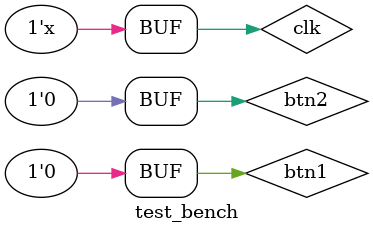
<source format=v>
`timescale 1ns / 1ps

module test_bench();

reg clk;
reg btn1;
reg btn2;
wire en;
wire reset;

always #3 clk =~clk;
 

stopWatch_FSM U_stopWatch_FSM(
    .clk(clk),
    .btn1(btn1),
    .btn2(btn1),
    .timerReset(reset),
    .en(en)
);

    initial begin
        clk = 0;
        btn1 = 0;
        btn2 = 0;
        #10 btn1 =1'b1;
        #5 btn1 =  1'b0;
        #50 btn1 =1'b1;
        #5 btn1 =  1'b0;
        #30 btn2 = 1'b1;
        #5 btn2 = 1'b0;
    end

    


endmodule

</source>
